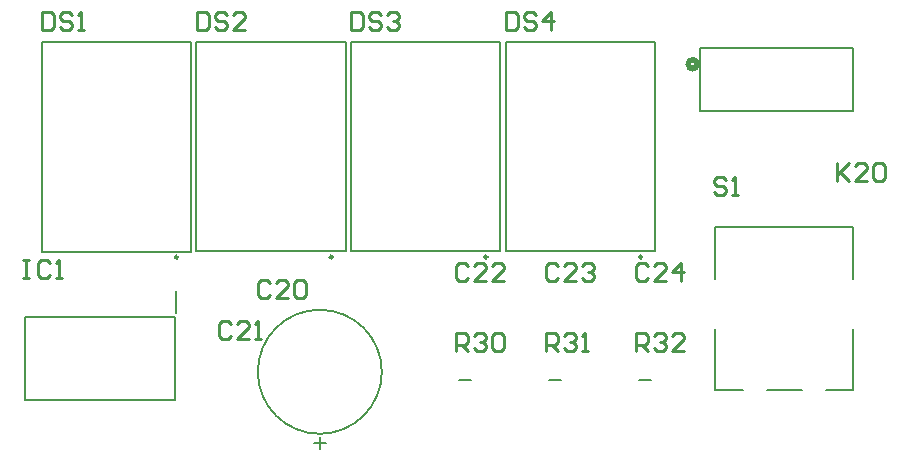
<source format=gbr>
%TF.GenerationSoftware,Altium Limited,Altium Designer,22.4.2 (48)*%
G04 Layer_Color=65535*
%FSLAX26Y26*%
%MOIN*%
%TF.SameCoordinates,DC04713F-A1B7-43D7-85F6-64DFF616D11F*%
%TF.FilePolarity,Positive*%
%TF.FileFunction,Legend,Top*%
%TF.Part,Single*%
G01*
G75*
%TA.AperFunction,NonConductor*%
%ADD23C,0.007874*%
%ADD24C,0.009842*%
%ADD25C,0.020000*%
%ADD26C,0.006000*%
%ADD27C,0.005906*%
%ADD28C,0.010000*%
D23*
X2583693Y3775000D02*
G03*
X2583693Y3775000I-206693J0D01*
G01*
X3694686Y4082678D02*
Y4255906D01*
Y3714566D02*
Y3917322D01*
Y3714566D02*
X3787204D01*
X3865944D02*
X3984056D01*
X4062796D02*
X4155316D01*
X3694686Y4255906D02*
X4155316D01*
Y3714566D02*
Y3917322D01*
Y4082678D02*
Y4255906D01*
X1895000Y3681204D02*
Y3956796D01*
X1395000Y3681204D02*
X1895000D01*
X1395000D02*
Y3956796D01*
X1895000D01*
X1897560Y3970574D02*
Y4045378D01*
X2996984Y4176316D02*
Y4875134D01*
Y4176316D02*
X3495016D01*
Y4875134D01*
X2996984D02*
X3495016D01*
X2480984Y4176316D02*
Y4875134D01*
Y4176316D02*
X2979016D01*
Y4875134D01*
X2480984D02*
X2979016D01*
X1964984Y4176316D02*
Y4875134D01*
Y4176316D02*
X2463016D01*
Y4875134D01*
X1964984D02*
X2463016D01*
X1449410Y4175590D02*
Y4874410D01*
Y4175590D02*
X1947440D01*
Y4874410D01*
X1449410D02*
X1947440D01*
X3439330Y3746000D02*
X3480670D01*
X3139330D02*
X3180670D01*
X2839330D02*
X2880670D01*
D24*
X3451709Y4157614D02*
G03*
X3451709Y4157614I-4921J0D01*
G01*
X2935709D02*
G03*
X2935709Y4157614I-4921J0D01*
G01*
X2419709D02*
G03*
X2419709Y4157614I-4921J0D01*
G01*
X1904134Y4156890D02*
G03*
X1904134Y4156890I-4921J0D01*
G01*
D25*
X3635000Y4800000D02*
G03*
X3635000Y4800000I-15000J0D01*
G01*
D26*
X3645000Y4645788D02*
X4155000D01*
Y4855000D01*
X3645000D02*
X4155000D01*
X3645000Y4645788D02*
Y4855000D01*
D27*
X2376990Y3556496D02*
Y3517139D01*
X2396669Y3536817D02*
X2357312D01*
D28*
X3729987Y4413984D02*
X3719990Y4423981D01*
X3699997D01*
X3690000Y4413984D01*
Y4403987D01*
X3699997Y4393990D01*
X3719990D01*
X3729987Y4383993D01*
Y4373997D01*
X3719990Y4364000D01*
X3699997D01*
X3690000Y4373997D01*
X3749981Y4364000D02*
X3769974D01*
X3759977D01*
Y4423981D01*
X3749981Y4413984D01*
X3430000Y3844000D02*
Y3903981D01*
X3459990D01*
X3469987Y3893984D01*
Y3873990D01*
X3459990Y3863994D01*
X3430000D01*
X3449994D02*
X3469987Y3844000D01*
X3489981Y3893984D02*
X3499977Y3903981D01*
X3519971D01*
X3529968Y3893984D01*
Y3883987D01*
X3519971Y3873990D01*
X3509974D01*
X3519971D01*
X3529968Y3863994D01*
Y3853997D01*
X3519971Y3844000D01*
X3499977D01*
X3489981Y3853997D01*
X3589948Y3844000D02*
X3549961D01*
X3589948Y3883987D01*
Y3893984D01*
X3579952Y3903981D01*
X3559958D01*
X3549961Y3893984D01*
X3130000Y3844000D02*
Y3903981D01*
X3159990D01*
X3169987Y3893984D01*
Y3873990D01*
X3159990Y3863994D01*
X3130000D01*
X3149994D02*
X3169987Y3844000D01*
X3189981Y3893984D02*
X3199977Y3903981D01*
X3219971D01*
X3229968Y3893984D01*
Y3883987D01*
X3219971Y3873990D01*
X3209974D01*
X3219971D01*
X3229968Y3863994D01*
Y3853997D01*
X3219971Y3844000D01*
X3199977D01*
X3189981Y3853997D01*
X3249961Y3844000D02*
X3269955D01*
X3259958D01*
Y3903981D01*
X3249961Y3893984D01*
X2830000Y3844000D02*
Y3903981D01*
X2859990D01*
X2869987Y3893984D01*
Y3873990D01*
X2859990Y3863994D01*
X2830000D01*
X2849994D02*
X2869987Y3844000D01*
X2889981Y3893984D02*
X2899977Y3903981D01*
X2919971D01*
X2929968Y3893984D01*
Y3883987D01*
X2919971Y3873990D01*
X2909974D01*
X2919971D01*
X2929968Y3863994D01*
Y3853997D01*
X2919971Y3844000D01*
X2899977D01*
X2889981Y3853997D01*
X2949961Y3893984D02*
X2959958Y3903981D01*
X2979952D01*
X2989948Y3893984D01*
Y3853997D01*
X2979952Y3844000D01*
X2959958D01*
X2949961Y3853997D01*
Y3893984D01*
X4100000Y4470981D02*
Y4411000D01*
Y4430993D01*
X4139987Y4470981D01*
X4109997Y4440990D01*
X4139987Y4411000D01*
X4199968D02*
X4159981D01*
X4199968Y4450987D01*
Y4460984D01*
X4189971Y4470981D01*
X4169977D01*
X4159981Y4460984D01*
X4219961D02*
X4229958Y4470981D01*
X4249952D01*
X4259948Y4460984D01*
Y4420997D01*
X4249952Y4411000D01*
X4229958D01*
X4219961Y4420997D01*
Y4460984D01*
X1388000Y4145981D02*
X1407994D01*
X1397997D01*
Y4086000D01*
X1388000D01*
X1407994D01*
X1477971Y4135984D02*
X1467974Y4145981D01*
X1447981D01*
X1437984Y4135984D01*
Y4095997D01*
X1447981Y4086000D01*
X1467974D01*
X1477971Y4095997D01*
X1497964Y4086000D02*
X1517958D01*
X1507961D01*
Y4145981D01*
X1497964Y4135984D01*
X2998000Y4973981D02*
Y4914000D01*
X3027990D01*
X3037987Y4923997D01*
Y4963984D01*
X3027990Y4973981D01*
X2998000D01*
X3097968Y4963984D02*
X3087971Y4973981D01*
X3067977D01*
X3057981Y4963984D01*
Y4953987D01*
X3067977Y4943990D01*
X3087971D01*
X3097968Y4933993D01*
Y4923997D01*
X3087971Y4914000D01*
X3067977D01*
X3057981Y4923997D01*
X3147952Y4914000D02*
Y4973981D01*
X3117961Y4943990D01*
X3157948D01*
X2482000Y4973981D02*
Y4914000D01*
X2511990D01*
X2521987Y4923997D01*
Y4963984D01*
X2511990Y4973981D01*
X2482000D01*
X2581968Y4963984D02*
X2571971Y4973981D01*
X2551977D01*
X2541981Y4963984D01*
Y4953987D01*
X2551977Y4943990D01*
X2571971D01*
X2581968Y4933993D01*
Y4923997D01*
X2571971Y4914000D01*
X2551977D01*
X2541981Y4923997D01*
X2601961Y4963984D02*
X2611958Y4973981D01*
X2631952D01*
X2641948Y4963984D01*
Y4953987D01*
X2631952Y4943990D01*
X2621955D01*
X2631952D01*
X2641948Y4933993D01*
Y4923997D01*
X2631952Y4914000D01*
X2611958D01*
X2601961Y4923997D01*
X1966000Y4973981D02*
Y4914000D01*
X1995990D01*
X2005987Y4923997D01*
Y4963984D01*
X1995990Y4973981D01*
X1966000D01*
X2065968Y4963984D02*
X2055971Y4973981D01*
X2035977D01*
X2025981Y4963984D01*
Y4953987D01*
X2035977Y4943990D01*
X2055971D01*
X2065968Y4933993D01*
Y4923997D01*
X2055971Y4914000D01*
X2035977D01*
X2025981Y4923997D01*
X2125948Y4914000D02*
X2085961D01*
X2125948Y4953987D01*
Y4963984D01*
X2115952Y4973981D01*
X2095958D01*
X2085961Y4963984D01*
X1451000Y4972981D02*
Y4913000D01*
X1480990D01*
X1490987Y4922997D01*
Y4962984D01*
X1480990Y4972981D01*
X1451000D01*
X1550968Y4962984D02*
X1540971Y4972981D01*
X1520977D01*
X1510981Y4962984D01*
Y4952987D01*
X1520977Y4942990D01*
X1540971D01*
X1550968Y4932993D01*
Y4922997D01*
X1540971Y4913000D01*
X1520977D01*
X1510981Y4922997D01*
X1570961Y4913000D02*
X1590955D01*
X1580958D01*
Y4972981D01*
X1570961Y4962984D01*
X3470987Y4125984D02*
X3460990Y4135981D01*
X3440997D01*
X3431000Y4125984D01*
Y4085997D01*
X3440997Y4076000D01*
X3460990D01*
X3470987Y4085997D01*
X3530968Y4076000D02*
X3490981D01*
X3530968Y4115987D01*
Y4125984D01*
X3520971Y4135981D01*
X3500977D01*
X3490981Y4125984D01*
X3580952Y4076000D02*
Y4135981D01*
X3550961Y4105990D01*
X3590948D01*
X3170987Y4125984D02*
X3160990Y4135981D01*
X3140997D01*
X3131000Y4125984D01*
Y4085997D01*
X3140997Y4076000D01*
X3160990D01*
X3170987Y4085997D01*
X3230968Y4076000D02*
X3190981D01*
X3230968Y4115987D01*
Y4125984D01*
X3220971Y4135981D01*
X3200977D01*
X3190981Y4125984D01*
X3250961D02*
X3260958Y4135981D01*
X3280952D01*
X3290948Y4125984D01*
Y4115987D01*
X3280952Y4105990D01*
X3270955D01*
X3280952D01*
X3290948Y4095994D01*
Y4085997D01*
X3280952Y4076000D01*
X3260958D01*
X3250961Y4085997D01*
X2870987Y4125984D02*
X2860990Y4135981D01*
X2840997D01*
X2831000Y4125984D01*
Y4085997D01*
X2840997Y4076000D01*
X2860990D01*
X2870987Y4085997D01*
X2930968Y4076000D02*
X2890981D01*
X2930968Y4115987D01*
Y4125984D01*
X2920971Y4135981D01*
X2900977D01*
X2890981Y4125984D01*
X2990948Y4076000D02*
X2950961D01*
X2990948Y4115987D01*
Y4125984D01*
X2980952Y4135981D01*
X2960958D01*
X2950961Y4125984D01*
X2080987Y3933984D02*
X2070990Y3943981D01*
X2050997D01*
X2041000Y3933984D01*
Y3893997D01*
X2050997Y3884000D01*
X2070990D01*
X2080987Y3893997D01*
X2140968Y3884000D02*
X2100981D01*
X2140968Y3923987D01*
Y3933984D01*
X2130971Y3943981D01*
X2110977D01*
X2100981Y3933984D01*
X2160961Y3884000D02*
X2180955D01*
X2170958D01*
Y3943981D01*
X2160961Y3933984D01*
X2210987Y4070984D02*
X2200990Y4080981D01*
X2180997D01*
X2171000Y4070984D01*
Y4030997D01*
X2180997Y4021000D01*
X2200990D01*
X2210987Y4030997D01*
X2270968Y4021000D02*
X2230981D01*
X2270968Y4060987D01*
Y4070984D01*
X2260971Y4080981D01*
X2240977D01*
X2230981Y4070984D01*
X2290961D02*
X2300958Y4080981D01*
X2320952D01*
X2330948Y4070984D01*
Y4030997D01*
X2320952Y4021000D01*
X2300958D01*
X2290961Y4030997D01*
Y4070984D01*
%TF.MD5,d8235a78c7aef2d8883704a28531b062*%
M02*

</source>
